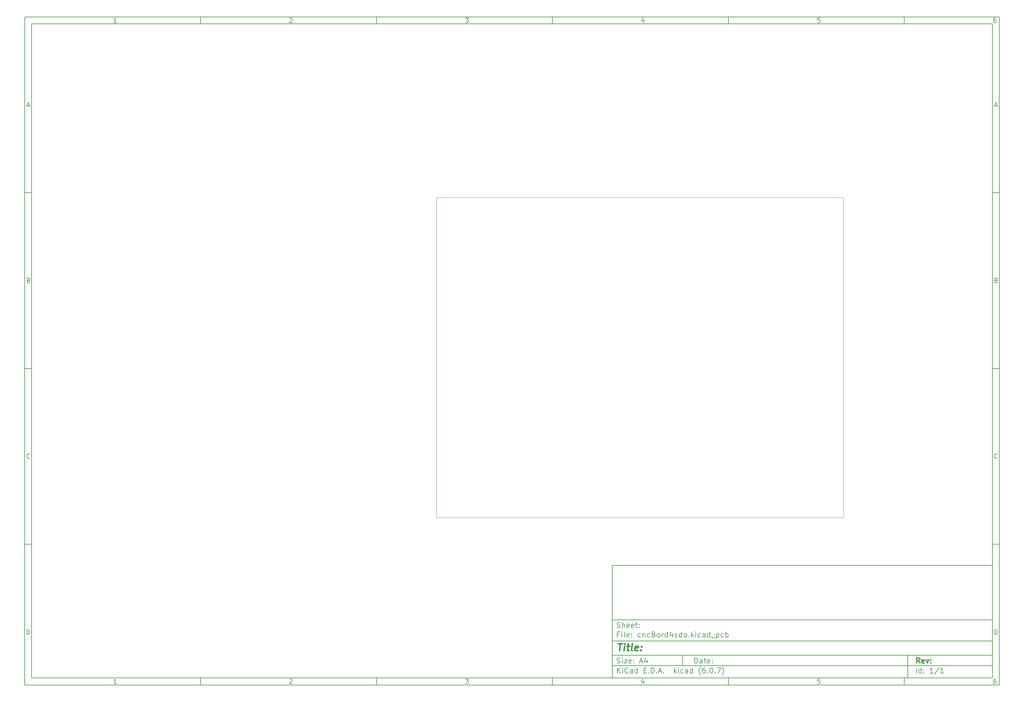
<source format=gm1>
G04 #@! TF.GenerationSoftware,KiCad,Pcbnew,(6.0.7)*
G04 #@! TF.CreationDate,2022-11-13T23:24:52+01:00*
G04 #@! TF.ProjectId,cncBord4sdo,636e6342-6f72-4643-9473-646f2e6b6963,rev?*
G04 #@! TF.SameCoordinates,Original*
G04 #@! TF.FileFunction,Profile,NP*
%FSLAX46Y46*%
G04 Gerber Fmt 4.6, Leading zero omitted, Abs format (unit mm)*
G04 Created by KiCad (PCBNEW (6.0.7)) date 2022-11-13 23:24:52*
%MOMM*%
%LPD*%
G01*
G04 APERTURE LIST*
%ADD10C,0.100000*%
%ADD11C,0.150000*%
%ADD12C,0.300000*%
%ADD13C,0.400000*%
G04 #@! TA.AperFunction,Profile*
%ADD14C,0.100000*%
G04 #@! TD*
G04 APERTURE END LIST*
D10*
D11*
X177002200Y-166007200D02*
X177002200Y-198007200D01*
X285002200Y-198007200D01*
X285002200Y-166007200D01*
X177002200Y-166007200D01*
D10*
D11*
X10000000Y-10000000D02*
X10000000Y-200007200D01*
X287002200Y-200007200D01*
X287002200Y-10000000D01*
X10000000Y-10000000D01*
D10*
D11*
X12000000Y-12000000D02*
X12000000Y-198007200D01*
X285002200Y-198007200D01*
X285002200Y-12000000D01*
X12000000Y-12000000D01*
D10*
D11*
X60000000Y-12000000D02*
X60000000Y-10000000D01*
D10*
D11*
X110000000Y-12000000D02*
X110000000Y-10000000D01*
D10*
D11*
X160000000Y-12000000D02*
X160000000Y-10000000D01*
D10*
D11*
X210000000Y-12000000D02*
X210000000Y-10000000D01*
D10*
D11*
X260000000Y-12000000D02*
X260000000Y-10000000D01*
D10*
D11*
X36065476Y-11588095D02*
X35322619Y-11588095D01*
X35694047Y-11588095D02*
X35694047Y-10288095D01*
X35570238Y-10473809D01*
X35446428Y-10597619D01*
X35322619Y-10659523D01*
D10*
D11*
X85322619Y-10411904D02*
X85384523Y-10350000D01*
X85508333Y-10288095D01*
X85817857Y-10288095D01*
X85941666Y-10350000D01*
X86003571Y-10411904D01*
X86065476Y-10535714D01*
X86065476Y-10659523D01*
X86003571Y-10845238D01*
X85260714Y-11588095D01*
X86065476Y-11588095D01*
D10*
D11*
X135260714Y-10288095D02*
X136065476Y-10288095D01*
X135632142Y-10783333D01*
X135817857Y-10783333D01*
X135941666Y-10845238D01*
X136003571Y-10907142D01*
X136065476Y-11030952D01*
X136065476Y-11340476D01*
X136003571Y-11464285D01*
X135941666Y-11526190D01*
X135817857Y-11588095D01*
X135446428Y-11588095D01*
X135322619Y-11526190D01*
X135260714Y-11464285D01*
D10*
D11*
X185941666Y-10721428D02*
X185941666Y-11588095D01*
X185632142Y-10226190D02*
X185322619Y-11154761D01*
X186127380Y-11154761D01*
D10*
D11*
X236003571Y-10288095D02*
X235384523Y-10288095D01*
X235322619Y-10907142D01*
X235384523Y-10845238D01*
X235508333Y-10783333D01*
X235817857Y-10783333D01*
X235941666Y-10845238D01*
X236003571Y-10907142D01*
X236065476Y-11030952D01*
X236065476Y-11340476D01*
X236003571Y-11464285D01*
X235941666Y-11526190D01*
X235817857Y-11588095D01*
X235508333Y-11588095D01*
X235384523Y-11526190D01*
X235322619Y-11464285D01*
D10*
D11*
X285941666Y-10288095D02*
X285694047Y-10288095D01*
X285570238Y-10350000D01*
X285508333Y-10411904D01*
X285384523Y-10597619D01*
X285322619Y-10845238D01*
X285322619Y-11340476D01*
X285384523Y-11464285D01*
X285446428Y-11526190D01*
X285570238Y-11588095D01*
X285817857Y-11588095D01*
X285941666Y-11526190D01*
X286003571Y-11464285D01*
X286065476Y-11340476D01*
X286065476Y-11030952D01*
X286003571Y-10907142D01*
X285941666Y-10845238D01*
X285817857Y-10783333D01*
X285570238Y-10783333D01*
X285446428Y-10845238D01*
X285384523Y-10907142D01*
X285322619Y-11030952D01*
D10*
D11*
X60000000Y-198007200D02*
X60000000Y-200007200D01*
D10*
D11*
X110000000Y-198007200D02*
X110000000Y-200007200D01*
D10*
D11*
X160000000Y-198007200D02*
X160000000Y-200007200D01*
D10*
D11*
X210000000Y-198007200D02*
X210000000Y-200007200D01*
D10*
D11*
X260000000Y-198007200D02*
X260000000Y-200007200D01*
D10*
D11*
X36065476Y-199595295D02*
X35322619Y-199595295D01*
X35694047Y-199595295D02*
X35694047Y-198295295D01*
X35570238Y-198481009D01*
X35446428Y-198604819D01*
X35322619Y-198666723D01*
D10*
D11*
X85322619Y-198419104D02*
X85384523Y-198357200D01*
X85508333Y-198295295D01*
X85817857Y-198295295D01*
X85941666Y-198357200D01*
X86003571Y-198419104D01*
X86065476Y-198542914D01*
X86065476Y-198666723D01*
X86003571Y-198852438D01*
X85260714Y-199595295D01*
X86065476Y-199595295D01*
D10*
D11*
X135260714Y-198295295D02*
X136065476Y-198295295D01*
X135632142Y-198790533D01*
X135817857Y-198790533D01*
X135941666Y-198852438D01*
X136003571Y-198914342D01*
X136065476Y-199038152D01*
X136065476Y-199347676D01*
X136003571Y-199471485D01*
X135941666Y-199533390D01*
X135817857Y-199595295D01*
X135446428Y-199595295D01*
X135322619Y-199533390D01*
X135260714Y-199471485D01*
D10*
D11*
X185941666Y-198728628D02*
X185941666Y-199595295D01*
X185632142Y-198233390D02*
X185322619Y-199161961D01*
X186127380Y-199161961D01*
D10*
D11*
X236003571Y-198295295D02*
X235384523Y-198295295D01*
X235322619Y-198914342D01*
X235384523Y-198852438D01*
X235508333Y-198790533D01*
X235817857Y-198790533D01*
X235941666Y-198852438D01*
X236003571Y-198914342D01*
X236065476Y-199038152D01*
X236065476Y-199347676D01*
X236003571Y-199471485D01*
X235941666Y-199533390D01*
X235817857Y-199595295D01*
X235508333Y-199595295D01*
X235384523Y-199533390D01*
X235322619Y-199471485D01*
D10*
D11*
X285941666Y-198295295D02*
X285694047Y-198295295D01*
X285570238Y-198357200D01*
X285508333Y-198419104D01*
X285384523Y-198604819D01*
X285322619Y-198852438D01*
X285322619Y-199347676D01*
X285384523Y-199471485D01*
X285446428Y-199533390D01*
X285570238Y-199595295D01*
X285817857Y-199595295D01*
X285941666Y-199533390D01*
X286003571Y-199471485D01*
X286065476Y-199347676D01*
X286065476Y-199038152D01*
X286003571Y-198914342D01*
X285941666Y-198852438D01*
X285817857Y-198790533D01*
X285570238Y-198790533D01*
X285446428Y-198852438D01*
X285384523Y-198914342D01*
X285322619Y-199038152D01*
D10*
D11*
X10000000Y-60000000D02*
X12000000Y-60000000D01*
D10*
D11*
X10000000Y-110000000D02*
X12000000Y-110000000D01*
D10*
D11*
X10000000Y-160000000D02*
X12000000Y-160000000D01*
D10*
D11*
X10690476Y-35216666D02*
X11309523Y-35216666D01*
X10566666Y-35588095D02*
X11000000Y-34288095D01*
X11433333Y-35588095D01*
D10*
D11*
X11092857Y-84907142D02*
X11278571Y-84969047D01*
X11340476Y-85030952D01*
X11402380Y-85154761D01*
X11402380Y-85340476D01*
X11340476Y-85464285D01*
X11278571Y-85526190D01*
X11154761Y-85588095D01*
X10659523Y-85588095D01*
X10659523Y-84288095D01*
X11092857Y-84288095D01*
X11216666Y-84350000D01*
X11278571Y-84411904D01*
X11340476Y-84535714D01*
X11340476Y-84659523D01*
X11278571Y-84783333D01*
X11216666Y-84845238D01*
X11092857Y-84907142D01*
X10659523Y-84907142D01*
D10*
D11*
X11402380Y-135464285D02*
X11340476Y-135526190D01*
X11154761Y-135588095D01*
X11030952Y-135588095D01*
X10845238Y-135526190D01*
X10721428Y-135402380D01*
X10659523Y-135278571D01*
X10597619Y-135030952D01*
X10597619Y-134845238D01*
X10659523Y-134597619D01*
X10721428Y-134473809D01*
X10845238Y-134350000D01*
X11030952Y-134288095D01*
X11154761Y-134288095D01*
X11340476Y-134350000D01*
X11402380Y-134411904D01*
D10*
D11*
X10659523Y-185588095D02*
X10659523Y-184288095D01*
X10969047Y-184288095D01*
X11154761Y-184350000D01*
X11278571Y-184473809D01*
X11340476Y-184597619D01*
X11402380Y-184845238D01*
X11402380Y-185030952D01*
X11340476Y-185278571D01*
X11278571Y-185402380D01*
X11154761Y-185526190D01*
X10969047Y-185588095D01*
X10659523Y-185588095D01*
D10*
D11*
X287002200Y-60000000D02*
X285002200Y-60000000D01*
D10*
D11*
X287002200Y-110000000D02*
X285002200Y-110000000D01*
D10*
D11*
X287002200Y-160000000D02*
X285002200Y-160000000D01*
D10*
D11*
X285692676Y-35216666D02*
X286311723Y-35216666D01*
X285568866Y-35588095D02*
X286002200Y-34288095D01*
X286435533Y-35588095D01*
D10*
D11*
X286095057Y-84907142D02*
X286280771Y-84969047D01*
X286342676Y-85030952D01*
X286404580Y-85154761D01*
X286404580Y-85340476D01*
X286342676Y-85464285D01*
X286280771Y-85526190D01*
X286156961Y-85588095D01*
X285661723Y-85588095D01*
X285661723Y-84288095D01*
X286095057Y-84288095D01*
X286218866Y-84350000D01*
X286280771Y-84411904D01*
X286342676Y-84535714D01*
X286342676Y-84659523D01*
X286280771Y-84783333D01*
X286218866Y-84845238D01*
X286095057Y-84907142D01*
X285661723Y-84907142D01*
D10*
D11*
X286404580Y-135464285D02*
X286342676Y-135526190D01*
X286156961Y-135588095D01*
X286033152Y-135588095D01*
X285847438Y-135526190D01*
X285723628Y-135402380D01*
X285661723Y-135278571D01*
X285599819Y-135030952D01*
X285599819Y-134845238D01*
X285661723Y-134597619D01*
X285723628Y-134473809D01*
X285847438Y-134350000D01*
X286033152Y-134288095D01*
X286156961Y-134288095D01*
X286342676Y-134350000D01*
X286404580Y-134411904D01*
D10*
D11*
X285661723Y-185588095D02*
X285661723Y-184288095D01*
X285971247Y-184288095D01*
X286156961Y-184350000D01*
X286280771Y-184473809D01*
X286342676Y-184597619D01*
X286404580Y-184845238D01*
X286404580Y-185030952D01*
X286342676Y-185278571D01*
X286280771Y-185402380D01*
X286156961Y-185526190D01*
X285971247Y-185588095D01*
X285661723Y-185588095D01*
D10*
D11*
X200434342Y-193785771D02*
X200434342Y-192285771D01*
X200791485Y-192285771D01*
X201005771Y-192357200D01*
X201148628Y-192500057D01*
X201220057Y-192642914D01*
X201291485Y-192928628D01*
X201291485Y-193142914D01*
X201220057Y-193428628D01*
X201148628Y-193571485D01*
X201005771Y-193714342D01*
X200791485Y-193785771D01*
X200434342Y-193785771D01*
X202577200Y-193785771D02*
X202577200Y-193000057D01*
X202505771Y-192857200D01*
X202362914Y-192785771D01*
X202077200Y-192785771D01*
X201934342Y-192857200D01*
X202577200Y-193714342D02*
X202434342Y-193785771D01*
X202077200Y-193785771D01*
X201934342Y-193714342D01*
X201862914Y-193571485D01*
X201862914Y-193428628D01*
X201934342Y-193285771D01*
X202077200Y-193214342D01*
X202434342Y-193214342D01*
X202577200Y-193142914D01*
X203077200Y-192785771D02*
X203648628Y-192785771D01*
X203291485Y-192285771D02*
X203291485Y-193571485D01*
X203362914Y-193714342D01*
X203505771Y-193785771D01*
X203648628Y-193785771D01*
X204720057Y-193714342D02*
X204577200Y-193785771D01*
X204291485Y-193785771D01*
X204148628Y-193714342D01*
X204077200Y-193571485D01*
X204077200Y-193000057D01*
X204148628Y-192857200D01*
X204291485Y-192785771D01*
X204577200Y-192785771D01*
X204720057Y-192857200D01*
X204791485Y-193000057D01*
X204791485Y-193142914D01*
X204077200Y-193285771D01*
X205434342Y-193642914D02*
X205505771Y-193714342D01*
X205434342Y-193785771D01*
X205362914Y-193714342D01*
X205434342Y-193642914D01*
X205434342Y-193785771D01*
X205434342Y-192857200D02*
X205505771Y-192928628D01*
X205434342Y-193000057D01*
X205362914Y-192928628D01*
X205434342Y-192857200D01*
X205434342Y-193000057D01*
D10*
D11*
X177002200Y-194507200D02*
X285002200Y-194507200D01*
D10*
D11*
X178434342Y-196585771D02*
X178434342Y-195085771D01*
X179291485Y-196585771D02*
X178648628Y-195728628D01*
X179291485Y-195085771D02*
X178434342Y-195942914D01*
X179934342Y-196585771D02*
X179934342Y-195585771D01*
X179934342Y-195085771D02*
X179862914Y-195157200D01*
X179934342Y-195228628D01*
X180005771Y-195157200D01*
X179934342Y-195085771D01*
X179934342Y-195228628D01*
X181505771Y-196442914D02*
X181434342Y-196514342D01*
X181220057Y-196585771D01*
X181077200Y-196585771D01*
X180862914Y-196514342D01*
X180720057Y-196371485D01*
X180648628Y-196228628D01*
X180577200Y-195942914D01*
X180577200Y-195728628D01*
X180648628Y-195442914D01*
X180720057Y-195300057D01*
X180862914Y-195157200D01*
X181077200Y-195085771D01*
X181220057Y-195085771D01*
X181434342Y-195157200D01*
X181505771Y-195228628D01*
X182791485Y-196585771D02*
X182791485Y-195800057D01*
X182720057Y-195657200D01*
X182577200Y-195585771D01*
X182291485Y-195585771D01*
X182148628Y-195657200D01*
X182791485Y-196514342D02*
X182648628Y-196585771D01*
X182291485Y-196585771D01*
X182148628Y-196514342D01*
X182077200Y-196371485D01*
X182077200Y-196228628D01*
X182148628Y-196085771D01*
X182291485Y-196014342D01*
X182648628Y-196014342D01*
X182791485Y-195942914D01*
X184148628Y-196585771D02*
X184148628Y-195085771D01*
X184148628Y-196514342D02*
X184005771Y-196585771D01*
X183720057Y-196585771D01*
X183577200Y-196514342D01*
X183505771Y-196442914D01*
X183434342Y-196300057D01*
X183434342Y-195871485D01*
X183505771Y-195728628D01*
X183577200Y-195657200D01*
X183720057Y-195585771D01*
X184005771Y-195585771D01*
X184148628Y-195657200D01*
X186005771Y-195800057D02*
X186505771Y-195800057D01*
X186720057Y-196585771D02*
X186005771Y-196585771D01*
X186005771Y-195085771D01*
X186720057Y-195085771D01*
X187362914Y-196442914D02*
X187434342Y-196514342D01*
X187362914Y-196585771D01*
X187291485Y-196514342D01*
X187362914Y-196442914D01*
X187362914Y-196585771D01*
X188077200Y-196585771D02*
X188077200Y-195085771D01*
X188434342Y-195085771D01*
X188648628Y-195157200D01*
X188791485Y-195300057D01*
X188862914Y-195442914D01*
X188934342Y-195728628D01*
X188934342Y-195942914D01*
X188862914Y-196228628D01*
X188791485Y-196371485D01*
X188648628Y-196514342D01*
X188434342Y-196585771D01*
X188077200Y-196585771D01*
X189577200Y-196442914D02*
X189648628Y-196514342D01*
X189577200Y-196585771D01*
X189505771Y-196514342D01*
X189577200Y-196442914D01*
X189577200Y-196585771D01*
X190220057Y-196157200D02*
X190934342Y-196157200D01*
X190077200Y-196585771D02*
X190577200Y-195085771D01*
X191077200Y-196585771D01*
X191577200Y-196442914D02*
X191648628Y-196514342D01*
X191577200Y-196585771D01*
X191505771Y-196514342D01*
X191577200Y-196442914D01*
X191577200Y-196585771D01*
X194577200Y-196585771D02*
X194577200Y-195085771D01*
X194720057Y-196014342D02*
X195148628Y-196585771D01*
X195148628Y-195585771D02*
X194577200Y-196157200D01*
X195791485Y-196585771D02*
X195791485Y-195585771D01*
X195791485Y-195085771D02*
X195720057Y-195157200D01*
X195791485Y-195228628D01*
X195862914Y-195157200D01*
X195791485Y-195085771D01*
X195791485Y-195228628D01*
X197148628Y-196514342D02*
X197005771Y-196585771D01*
X196720057Y-196585771D01*
X196577200Y-196514342D01*
X196505771Y-196442914D01*
X196434342Y-196300057D01*
X196434342Y-195871485D01*
X196505771Y-195728628D01*
X196577200Y-195657200D01*
X196720057Y-195585771D01*
X197005771Y-195585771D01*
X197148628Y-195657200D01*
X198434342Y-196585771D02*
X198434342Y-195800057D01*
X198362914Y-195657200D01*
X198220057Y-195585771D01*
X197934342Y-195585771D01*
X197791485Y-195657200D01*
X198434342Y-196514342D02*
X198291485Y-196585771D01*
X197934342Y-196585771D01*
X197791485Y-196514342D01*
X197720057Y-196371485D01*
X197720057Y-196228628D01*
X197791485Y-196085771D01*
X197934342Y-196014342D01*
X198291485Y-196014342D01*
X198434342Y-195942914D01*
X199791485Y-196585771D02*
X199791485Y-195085771D01*
X199791485Y-196514342D02*
X199648628Y-196585771D01*
X199362914Y-196585771D01*
X199220057Y-196514342D01*
X199148628Y-196442914D01*
X199077200Y-196300057D01*
X199077200Y-195871485D01*
X199148628Y-195728628D01*
X199220057Y-195657200D01*
X199362914Y-195585771D01*
X199648628Y-195585771D01*
X199791485Y-195657200D01*
X202077200Y-197157200D02*
X202005771Y-197085771D01*
X201862914Y-196871485D01*
X201791485Y-196728628D01*
X201720057Y-196514342D01*
X201648628Y-196157200D01*
X201648628Y-195871485D01*
X201720057Y-195514342D01*
X201791485Y-195300057D01*
X201862914Y-195157200D01*
X202005771Y-194942914D01*
X202077200Y-194871485D01*
X203291485Y-195085771D02*
X203005771Y-195085771D01*
X202862914Y-195157200D01*
X202791485Y-195228628D01*
X202648628Y-195442914D01*
X202577200Y-195728628D01*
X202577200Y-196300057D01*
X202648628Y-196442914D01*
X202720057Y-196514342D01*
X202862914Y-196585771D01*
X203148628Y-196585771D01*
X203291485Y-196514342D01*
X203362914Y-196442914D01*
X203434342Y-196300057D01*
X203434342Y-195942914D01*
X203362914Y-195800057D01*
X203291485Y-195728628D01*
X203148628Y-195657200D01*
X202862914Y-195657200D01*
X202720057Y-195728628D01*
X202648628Y-195800057D01*
X202577200Y-195942914D01*
X204077200Y-196442914D02*
X204148628Y-196514342D01*
X204077200Y-196585771D01*
X204005771Y-196514342D01*
X204077200Y-196442914D01*
X204077200Y-196585771D01*
X205077200Y-195085771D02*
X205220057Y-195085771D01*
X205362914Y-195157200D01*
X205434342Y-195228628D01*
X205505771Y-195371485D01*
X205577200Y-195657200D01*
X205577200Y-196014342D01*
X205505771Y-196300057D01*
X205434342Y-196442914D01*
X205362914Y-196514342D01*
X205220057Y-196585771D01*
X205077200Y-196585771D01*
X204934342Y-196514342D01*
X204862914Y-196442914D01*
X204791485Y-196300057D01*
X204720057Y-196014342D01*
X204720057Y-195657200D01*
X204791485Y-195371485D01*
X204862914Y-195228628D01*
X204934342Y-195157200D01*
X205077200Y-195085771D01*
X206220057Y-196442914D02*
X206291485Y-196514342D01*
X206220057Y-196585771D01*
X206148628Y-196514342D01*
X206220057Y-196442914D01*
X206220057Y-196585771D01*
X206791485Y-195085771D02*
X207791485Y-195085771D01*
X207148628Y-196585771D01*
X208220057Y-197157200D02*
X208291485Y-197085771D01*
X208434342Y-196871485D01*
X208505771Y-196728628D01*
X208577200Y-196514342D01*
X208648628Y-196157200D01*
X208648628Y-195871485D01*
X208577200Y-195514342D01*
X208505771Y-195300057D01*
X208434342Y-195157200D01*
X208291485Y-194942914D01*
X208220057Y-194871485D01*
D10*
D11*
X177002200Y-191507200D02*
X285002200Y-191507200D01*
D10*
D12*
X264411485Y-193785771D02*
X263911485Y-193071485D01*
X263554342Y-193785771D02*
X263554342Y-192285771D01*
X264125771Y-192285771D01*
X264268628Y-192357200D01*
X264340057Y-192428628D01*
X264411485Y-192571485D01*
X264411485Y-192785771D01*
X264340057Y-192928628D01*
X264268628Y-193000057D01*
X264125771Y-193071485D01*
X263554342Y-193071485D01*
X265625771Y-193714342D02*
X265482914Y-193785771D01*
X265197200Y-193785771D01*
X265054342Y-193714342D01*
X264982914Y-193571485D01*
X264982914Y-193000057D01*
X265054342Y-192857200D01*
X265197200Y-192785771D01*
X265482914Y-192785771D01*
X265625771Y-192857200D01*
X265697200Y-193000057D01*
X265697200Y-193142914D01*
X264982914Y-193285771D01*
X266197200Y-192785771D02*
X266554342Y-193785771D01*
X266911485Y-192785771D01*
X267482914Y-193642914D02*
X267554342Y-193714342D01*
X267482914Y-193785771D01*
X267411485Y-193714342D01*
X267482914Y-193642914D01*
X267482914Y-193785771D01*
X267482914Y-192857200D02*
X267554342Y-192928628D01*
X267482914Y-193000057D01*
X267411485Y-192928628D01*
X267482914Y-192857200D01*
X267482914Y-193000057D01*
D10*
D11*
X178362914Y-193714342D02*
X178577200Y-193785771D01*
X178934342Y-193785771D01*
X179077200Y-193714342D01*
X179148628Y-193642914D01*
X179220057Y-193500057D01*
X179220057Y-193357200D01*
X179148628Y-193214342D01*
X179077200Y-193142914D01*
X178934342Y-193071485D01*
X178648628Y-193000057D01*
X178505771Y-192928628D01*
X178434342Y-192857200D01*
X178362914Y-192714342D01*
X178362914Y-192571485D01*
X178434342Y-192428628D01*
X178505771Y-192357200D01*
X178648628Y-192285771D01*
X179005771Y-192285771D01*
X179220057Y-192357200D01*
X179862914Y-193785771D02*
X179862914Y-192785771D01*
X179862914Y-192285771D02*
X179791485Y-192357200D01*
X179862914Y-192428628D01*
X179934342Y-192357200D01*
X179862914Y-192285771D01*
X179862914Y-192428628D01*
X180434342Y-192785771D02*
X181220057Y-192785771D01*
X180434342Y-193785771D01*
X181220057Y-193785771D01*
X182362914Y-193714342D02*
X182220057Y-193785771D01*
X181934342Y-193785771D01*
X181791485Y-193714342D01*
X181720057Y-193571485D01*
X181720057Y-193000057D01*
X181791485Y-192857200D01*
X181934342Y-192785771D01*
X182220057Y-192785771D01*
X182362914Y-192857200D01*
X182434342Y-193000057D01*
X182434342Y-193142914D01*
X181720057Y-193285771D01*
X183077200Y-193642914D02*
X183148628Y-193714342D01*
X183077200Y-193785771D01*
X183005771Y-193714342D01*
X183077200Y-193642914D01*
X183077200Y-193785771D01*
X183077200Y-192857200D02*
X183148628Y-192928628D01*
X183077200Y-193000057D01*
X183005771Y-192928628D01*
X183077200Y-192857200D01*
X183077200Y-193000057D01*
X184862914Y-193357200D02*
X185577200Y-193357200D01*
X184720057Y-193785771D02*
X185220057Y-192285771D01*
X185720057Y-193785771D01*
X186862914Y-192785771D02*
X186862914Y-193785771D01*
X186505771Y-192214342D02*
X186148628Y-193285771D01*
X187077200Y-193285771D01*
D10*
D11*
X263434342Y-196585771D02*
X263434342Y-195085771D01*
X264791485Y-196585771D02*
X264791485Y-195085771D01*
X264791485Y-196514342D02*
X264648628Y-196585771D01*
X264362914Y-196585771D01*
X264220057Y-196514342D01*
X264148628Y-196442914D01*
X264077200Y-196300057D01*
X264077200Y-195871485D01*
X264148628Y-195728628D01*
X264220057Y-195657200D01*
X264362914Y-195585771D01*
X264648628Y-195585771D01*
X264791485Y-195657200D01*
X265505771Y-196442914D02*
X265577200Y-196514342D01*
X265505771Y-196585771D01*
X265434342Y-196514342D01*
X265505771Y-196442914D01*
X265505771Y-196585771D01*
X265505771Y-195657200D02*
X265577200Y-195728628D01*
X265505771Y-195800057D01*
X265434342Y-195728628D01*
X265505771Y-195657200D01*
X265505771Y-195800057D01*
X268148628Y-196585771D02*
X267291485Y-196585771D01*
X267720057Y-196585771D02*
X267720057Y-195085771D01*
X267577200Y-195300057D01*
X267434342Y-195442914D01*
X267291485Y-195514342D01*
X269862914Y-195014342D02*
X268577200Y-196942914D01*
X271148628Y-196585771D02*
X270291485Y-196585771D01*
X270720057Y-196585771D02*
X270720057Y-195085771D01*
X270577200Y-195300057D01*
X270434342Y-195442914D01*
X270291485Y-195514342D01*
D10*
D11*
X177002200Y-187507200D02*
X285002200Y-187507200D01*
D10*
D13*
X178714580Y-188211961D02*
X179857438Y-188211961D01*
X179036009Y-190211961D02*
X179286009Y-188211961D01*
X180274104Y-190211961D02*
X180440771Y-188878628D01*
X180524104Y-188211961D02*
X180416961Y-188307200D01*
X180500295Y-188402438D01*
X180607438Y-188307200D01*
X180524104Y-188211961D01*
X180500295Y-188402438D01*
X181107438Y-188878628D02*
X181869342Y-188878628D01*
X181476485Y-188211961D02*
X181262200Y-189926247D01*
X181333628Y-190116723D01*
X181512200Y-190211961D01*
X181702676Y-190211961D01*
X182655057Y-190211961D02*
X182476485Y-190116723D01*
X182405057Y-189926247D01*
X182619342Y-188211961D01*
X184190771Y-190116723D02*
X183988390Y-190211961D01*
X183607438Y-190211961D01*
X183428866Y-190116723D01*
X183357438Y-189926247D01*
X183452676Y-189164342D01*
X183571723Y-188973866D01*
X183774104Y-188878628D01*
X184155057Y-188878628D01*
X184333628Y-188973866D01*
X184405057Y-189164342D01*
X184381247Y-189354819D01*
X183405057Y-189545295D01*
X185155057Y-190021485D02*
X185238390Y-190116723D01*
X185131247Y-190211961D01*
X185047914Y-190116723D01*
X185155057Y-190021485D01*
X185131247Y-190211961D01*
X185286009Y-188973866D02*
X185369342Y-189069104D01*
X185262200Y-189164342D01*
X185178866Y-189069104D01*
X185286009Y-188973866D01*
X185262200Y-189164342D01*
D10*
D11*
X178934342Y-185600057D02*
X178434342Y-185600057D01*
X178434342Y-186385771D02*
X178434342Y-184885771D01*
X179148628Y-184885771D01*
X179720057Y-186385771D02*
X179720057Y-185385771D01*
X179720057Y-184885771D02*
X179648628Y-184957200D01*
X179720057Y-185028628D01*
X179791485Y-184957200D01*
X179720057Y-184885771D01*
X179720057Y-185028628D01*
X180648628Y-186385771D02*
X180505771Y-186314342D01*
X180434342Y-186171485D01*
X180434342Y-184885771D01*
X181791485Y-186314342D02*
X181648628Y-186385771D01*
X181362914Y-186385771D01*
X181220057Y-186314342D01*
X181148628Y-186171485D01*
X181148628Y-185600057D01*
X181220057Y-185457200D01*
X181362914Y-185385771D01*
X181648628Y-185385771D01*
X181791485Y-185457200D01*
X181862914Y-185600057D01*
X181862914Y-185742914D01*
X181148628Y-185885771D01*
X182505771Y-186242914D02*
X182577200Y-186314342D01*
X182505771Y-186385771D01*
X182434342Y-186314342D01*
X182505771Y-186242914D01*
X182505771Y-186385771D01*
X182505771Y-185457200D02*
X182577200Y-185528628D01*
X182505771Y-185600057D01*
X182434342Y-185528628D01*
X182505771Y-185457200D01*
X182505771Y-185600057D01*
X185005771Y-186314342D02*
X184862914Y-186385771D01*
X184577200Y-186385771D01*
X184434342Y-186314342D01*
X184362914Y-186242914D01*
X184291485Y-186100057D01*
X184291485Y-185671485D01*
X184362914Y-185528628D01*
X184434342Y-185457200D01*
X184577200Y-185385771D01*
X184862914Y-185385771D01*
X185005771Y-185457200D01*
X185648628Y-185385771D02*
X185648628Y-186385771D01*
X185648628Y-185528628D02*
X185720057Y-185457200D01*
X185862914Y-185385771D01*
X186077200Y-185385771D01*
X186220057Y-185457200D01*
X186291485Y-185600057D01*
X186291485Y-186385771D01*
X187648628Y-186314342D02*
X187505771Y-186385771D01*
X187220057Y-186385771D01*
X187077200Y-186314342D01*
X187005771Y-186242914D01*
X186934342Y-186100057D01*
X186934342Y-185671485D01*
X187005771Y-185528628D01*
X187077200Y-185457200D01*
X187220057Y-185385771D01*
X187505771Y-185385771D01*
X187648628Y-185457200D01*
X188791485Y-185600057D02*
X189005771Y-185671485D01*
X189077200Y-185742914D01*
X189148628Y-185885771D01*
X189148628Y-186100057D01*
X189077200Y-186242914D01*
X189005771Y-186314342D01*
X188862914Y-186385771D01*
X188291485Y-186385771D01*
X188291485Y-184885771D01*
X188791485Y-184885771D01*
X188934342Y-184957200D01*
X189005771Y-185028628D01*
X189077200Y-185171485D01*
X189077200Y-185314342D01*
X189005771Y-185457200D01*
X188934342Y-185528628D01*
X188791485Y-185600057D01*
X188291485Y-185600057D01*
X190005771Y-186385771D02*
X189862914Y-186314342D01*
X189791485Y-186242914D01*
X189720057Y-186100057D01*
X189720057Y-185671485D01*
X189791485Y-185528628D01*
X189862914Y-185457200D01*
X190005771Y-185385771D01*
X190220057Y-185385771D01*
X190362914Y-185457200D01*
X190434342Y-185528628D01*
X190505771Y-185671485D01*
X190505771Y-186100057D01*
X190434342Y-186242914D01*
X190362914Y-186314342D01*
X190220057Y-186385771D01*
X190005771Y-186385771D01*
X191148628Y-186385771D02*
X191148628Y-185385771D01*
X191148628Y-185671485D02*
X191220057Y-185528628D01*
X191291485Y-185457200D01*
X191434342Y-185385771D01*
X191577200Y-185385771D01*
X192720057Y-186385771D02*
X192720057Y-184885771D01*
X192720057Y-186314342D02*
X192577200Y-186385771D01*
X192291485Y-186385771D01*
X192148628Y-186314342D01*
X192077200Y-186242914D01*
X192005771Y-186100057D01*
X192005771Y-185671485D01*
X192077200Y-185528628D01*
X192148628Y-185457200D01*
X192291485Y-185385771D01*
X192577200Y-185385771D01*
X192720057Y-185457200D01*
X194077200Y-185385771D02*
X194077200Y-186385771D01*
X193720057Y-184814342D02*
X193362914Y-185885771D01*
X194291485Y-185885771D01*
X194791485Y-186314342D02*
X194934342Y-186385771D01*
X195220057Y-186385771D01*
X195362914Y-186314342D01*
X195434342Y-186171485D01*
X195434342Y-186100057D01*
X195362914Y-185957200D01*
X195220057Y-185885771D01*
X195005771Y-185885771D01*
X194862914Y-185814342D01*
X194791485Y-185671485D01*
X194791485Y-185600057D01*
X194862914Y-185457200D01*
X195005771Y-185385771D01*
X195220057Y-185385771D01*
X195362914Y-185457200D01*
X196720057Y-186385771D02*
X196720057Y-184885771D01*
X196720057Y-186314342D02*
X196577200Y-186385771D01*
X196291485Y-186385771D01*
X196148628Y-186314342D01*
X196077200Y-186242914D01*
X196005771Y-186100057D01*
X196005771Y-185671485D01*
X196077200Y-185528628D01*
X196148628Y-185457200D01*
X196291485Y-185385771D01*
X196577200Y-185385771D01*
X196720057Y-185457200D01*
X197648628Y-186385771D02*
X197505771Y-186314342D01*
X197434342Y-186242914D01*
X197362914Y-186100057D01*
X197362914Y-185671485D01*
X197434342Y-185528628D01*
X197505771Y-185457200D01*
X197648628Y-185385771D01*
X197862914Y-185385771D01*
X198005771Y-185457200D01*
X198077200Y-185528628D01*
X198148628Y-185671485D01*
X198148628Y-186100057D01*
X198077200Y-186242914D01*
X198005771Y-186314342D01*
X197862914Y-186385771D01*
X197648628Y-186385771D01*
X198791485Y-186242914D02*
X198862914Y-186314342D01*
X198791485Y-186385771D01*
X198720057Y-186314342D01*
X198791485Y-186242914D01*
X198791485Y-186385771D01*
X199505771Y-186385771D02*
X199505771Y-184885771D01*
X199648628Y-185814342D02*
X200077200Y-186385771D01*
X200077200Y-185385771D02*
X199505771Y-185957200D01*
X200720057Y-186385771D02*
X200720057Y-185385771D01*
X200720057Y-184885771D02*
X200648628Y-184957200D01*
X200720057Y-185028628D01*
X200791485Y-184957200D01*
X200720057Y-184885771D01*
X200720057Y-185028628D01*
X202077200Y-186314342D02*
X201934342Y-186385771D01*
X201648628Y-186385771D01*
X201505771Y-186314342D01*
X201434342Y-186242914D01*
X201362914Y-186100057D01*
X201362914Y-185671485D01*
X201434342Y-185528628D01*
X201505771Y-185457200D01*
X201648628Y-185385771D01*
X201934342Y-185385771D01*
X202077200Y-185457200D01*
X203362914Y-186385771D02*
X203362914Y-185600057D01*
X203291485Y-185457200D01*
X203148628Y-185385771D01*
X202862914Y-185385771D01*
X202720057Y-185457200D01*
X203362914Y-186314342D02*
X203220057Y-186385771D01*
X202862914Y-186385771D01*
X202720057Y-186314342D01*
X202648628Y-186171485D01*
X202648628Y-186028628D01*
X202720057Y-185885771D01*
X202862914Y-185814342D01*
X203220057Y-185814342D01*
X203362914Y-185742914D01*
X204720057Y-186385771D02*
X204720057Y-184885771D01*
X204720057Y-186314342D02*
X204577200Y-186385771D01*
X204291485Y-186385771D01*
X204148628Y-186314342D01*
X204077200Y-186242914D01*
X204005771Y-186100057D01*
X204005771Y-185671485D01*
X204077200Y-185528628D01*
X204148628Y-185457200D01*
X204291485Y-185385771D01*
X204577200Y-185385771D01*
X204720057Y-185457200D01*
X205077200Y-186528628D02*
X206220057Y-186528628D01*
X206577200Y-185385771D02*
X206577200Y-186885771D01*
X206577200Y-185457200D02*
X206720057Y-185385771D01*
X207005771Y-185385771D01*
X207148628Y-185457200D01*
X207220057Y-185528628D01*
X207291485Y-185671485D01*
X207291485Y-186100057D01*
X207220057Y-186242914D01*
X207148628Y-186314342D01*
X207005771Y-186385771D01*
X206720057Y-186385771D01*
X206577200Y-186314342D01*
X208577200Y-186314342D02*
X208434342Y-186385771D01*
X208148628Y-186385771D01*
X208005771Y-186314342D01*
X207934342Y-186242914D01*
X207862914Y-186100057D01*
X207862914Y-185671485D01*
X207934342Y-185528628D01*
X208005771Y-185457200D01*
X208148628Y-185385771D01*
X208434342Y-185385771D01*
X208577200Y-185457200D01*
X209220057Y-186385771D02*
X209220057Y-184885771D01*
X209220057Y-185457200D02*
X209362914Y-185385771D01*
X209648628Y-185385771D01*
X209791485Y-185457200D01*
X209862914Y-185528628D01*
X209934342Y-185671485D01*
X209934342Y-186100057D01*
X209862914Y-186242914D01*
X209791485Y-186314342D01*
X209648628Y-186385771D01*
X209362914Y-186385771D01*
X209220057Y-186314342D01*
D10*
D11*
X177002200Y-181507200D02*
X285002200Y-181507200D01*
D10*
D11*
X178362914Y-183614342D02*
X178577200Y-183685771D01*
X178934342Y-183685771D01*
X179077200Y-183614342D01*
X179148628Y-183542914D01*
X179220057Y-183400057D01*
X179220057Y-183257200D01*
X179148628Y-183114342D01*
X179077200Y-183042914D01*
X178934342Y-182971485D01*
X178648628Y-182900057D01*
X178505771Y-182828628D01*
X178434342Y-182757200D01*
X178362914Y-182614342D01*
X178362914Y-182471485D01*
X178434342Y-182328628D01*
X178505771Y-182257200D01*
X178648628Y-182185771D01*
X179005771Y-182185771D01*
X179220057Y-182257200D01*
X179862914Y-183685771D02*
X179862914Y-182185771D01*
X180505771Y-183685771D02*
X180505771Y-182900057D01*
X180434342Y-182757200D01*
X180291485Y-182685771D01*
X180077200Y-182685771D01*
X179934342Y-182757200D01*
X179862914Y-182828628D01*
X181791485Y-183614342D02*
X181648628Y-183685771D01*
X181362914Y-183685771D01*
X181220057Y-183614342D01*
X181148628Y-183471485D01*
X181148628Y-182900057D01*
X181220057Y-182757200D01*
X181362914Y-182685771D01*
X181648628Y-182685771D01*
X181791485Y-182757200D01*
X181862914Y-182900057D01*
X181862914Y-183042914D01*
X181148628Y-183185771D01*
X183077200Y-183614342D02*
X182934342Y-183685771D01*
X182648628Y-183685771D01*
X182505771Y-183614342D01*
X182434342Y-183471485D01*
X182434342Y-182900057D01*
X182505771Y-182757200D01*
X182648628Y-182685771D01*
X182934342Y-182685771D01*
X183077200Y-182757200D01*
X183148628Y-182900057D01*
X183148628Y-183042914D01*
X182434342Y-183185771D01*
X183577200Y-182685771D02*
X184148628Y-182685771D01*
X183791485Y-182185771D02*
X183791485Y-183471485D01*
X183862914Y-183614342D01*
X184005771Y-183685771D01*
X184148628Y-183685771D01*
X184648628Y-183542914D02*
X184720057Y-183614342D01*
X184648628Y-183685771D01*
X184577200Y-183614342D01*
X184648628Y-183542914D01*
X184648628Y-183685771D01*
X184648628Y-182757200D02*
X184720057Y-182828628D01*
X184648628Y-182900057D01*
X184577200Y-182828628D01*
X184648628Y-182757200D01*
X184648628Y-182900057D01*
D10*
D12*
D10*
D11*
D10*
D11*
D10*
D11*
D10*
D11*
D10*
D11*
X197002200Y-191507200D02*
X197002200Y-194507200D01*
D10*
D11*
X261002200Y-191507200D02*
X261002200Y-198007200D01*
D14*
X127000000Y-61290000D02*
X127000000Y-152400000D01*
X127000000Y-152400000D02*
X242710000Y-152400000D01*
X127000000Y-61290000D02*
X242710000Y-61290000D01*
X242710000Y-61290000D02*
X242710000Y-152400000D01*
M02*

</source>
